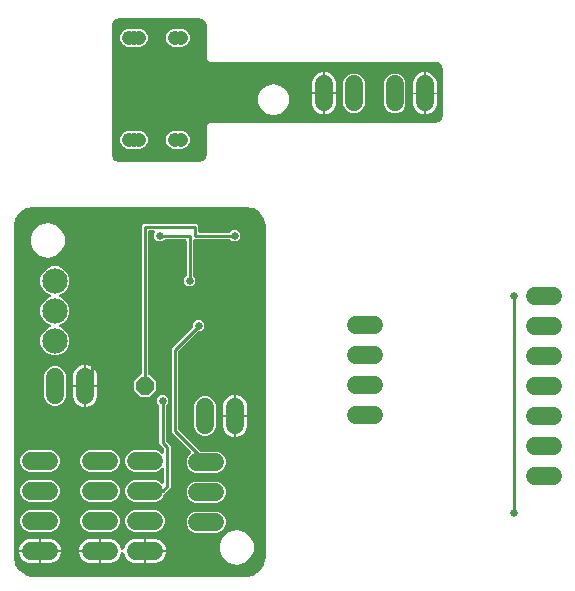
<source format=gbl>
%MOIN*%
%OFA0B0*%
%FSLAX34Y34*%
%IPPOS*%
%LPD*%
%AMOC8*
5,1,8,0,0,$1,22.5*%
%AMOC80*
5,1,8,0,0,$1,202.5*%
%AMOC81*
5,1,8,0,0,$1,112.5*%
%ADD10C,0.084251968503937014*%
%ADD11C,0.060000000000000005*%
%ADD12P,0.064943385826771657X8X22.5*%
%ADD13C,0.01*%
%ADD14C,0.025779527559055122*%
%ADD25C,0.060000000000000005*%
%ADD26C,0.04755905511811024*%
%ADD27C,0.025779527559055122*%
%ADD28C,0.006000000000000001*%
%ADD29C,0.060000000000000005*%
%ADD30C,0.025779527559055122*%
%ADD31C,0.01*%
G75*
G01*
G36*
X0007883Y0000130D02*
X0008116Y0000177D01*
X0008134Y0000184D01*
X0008331Y0000316D01*
X0008345Y0000330D01*
X0008476Y0000527D01*
X0008484Y0000545D01*
X0008530Y0000777D01*
X0008531Y0000787D01*
X0008531Y0011811D01*
X0008530Y0011820D01*
X0008484Y0012053D01*
X0008476Y0012071D01*
X0008345Y0012268D01*
X0008331Y0012282D01*
X0008134Y0012413D01*
X0008116Y0012421D01*
X0007883Y0012467D01*
X0007874Y0012468D01*
X0000787Y0012468D01*
X0000777Y0012467D01*
X0000545Y0012421D01*
X0000527Y0012413D01*
X0000330Y0012282D01*
X0000316Y0012268D01*
X0000184Y0012071D01*
X0000177Y0012053D01*
X0000130Y0011820D01*
X0000130Y0011811D01*
X0000130Y0000787D01*
X0000130Y0000777D01*
X0000177Y0000545D01*
X0000184Y0000527D01*
X0000316Y0000330D01*
X0000330Y0000316D01*
X0000527Y0000184D01*
X0000545Y0000177D01*
X0000777Y0000130D01*
X0000787Y0000130D01*
X0007874Y0000130D01*
X0007883Y0000130D01*
G37*
%LPC*%
G36*
X0001013Y0010828D02*
X0000812Y0010988D01*
X0000701Y0011220D01*
X0000701Y0011477D01*
X0000812Y0011709D01*
X0001013Y0011869D01*
X0001264Y0011926D01*
X0001514Y0011869D01*
X0001715Y0011709D01*
X0001827Y0011477D01*
X0001827Y0011220D01*
X0001715Y0010988D01*
X0001514Y0010828D01*
X0001264Y0010771D01*
X0001013Y0010828D01*
G37*
G36*
X0004350Y0006140D02*
X0004139Y0006350D01*
X0004139Y0006649D01*
X0004353Y0006862D01*
X0004359Y0006863D01*
X0004375Y0006875D01*
X0004386Y0006891D01*
X0004390Y0006910D01*
X0004390Y0011844D01*
X0004454Y0011908D01*
X0006205Y0011908D01*
X0006270Y0011844D01*
X0006270Y0011660D01*
X0006273Y0011640D01*
X0006285Y0011624D01*
X0006301Y0011613D01*
X0006320Y0011610D01*
X0007322Y0011610D01*
X0007341Y0011613D01*
X0007357Y0011624D01*
X0007421Y0011688D01*
X0007578Y0011688D01*
X0007688Y0011578D01*
X0007688Y0011421D01*
X0007578Y0011311D01*
X0007421Y0011311D01*
X0007357Y0011375D01*
X0007340Y0011386D01*
X0007322Y0011390D01*
X0006160Y0011390D01*
X0006140Y0011386D01*
X0006124Y0011374D01*
X0006113Y0011358D01*
X0006110Y0011340D01*
X0006110Y0010177D01*
X0006113Y0010158D01*
X0006124Y0010142D01*
X0006188Y0010078D01*
X0006188Y0009921D01*
X0006078Y0009811D01*
X0005921Y0009811D01*
X0005811Y0009921D01*
X0005811Y0010078D01*
X0005875Y0010142D01*
X0005886Y0010159D01*
X0005890Y0010177D01*
X0005890Y0011340D01*
X0005886Y0011359D01*
X0005874Y0011375D01*
X0005858Y0011386D01*
X0005840Y0011390D01*
X0005177Y0011390D01*
X0005158Y0011386D01*
X0005142Y0011375D01*
X0005078Y0011311D01*
X0004921Y0011311D01*
X0004811Y0011421D01*
X0004811Y0011578D01*
X0004836Y0011603D01*
X0004847Y0011620D01*
X0004851Y0011639D01*
X0004846Y0011659D01*
X0004835Y0011675D01*
X0004818Y0011685D01*
X0004801Y0011688D01*
X0004660Y0011688D01*
X0004640Y0011684D01*
X0004624Y0011673D01*
X0004613Y0011656D01*
X0004610Y0011638D01*
X0004610Y0006910D01*
X0004613Y0006890D01*
X0004625Y0006874D01*
X0004641Y0006863D01*
X0004646Y0006862D01*
X0004860Y0006649D01*
X0004860Y0006350D01*
X0004649Y0006140D01*
X0004350Y0006140D01*
G37*
G36*
X0001404Y0007518D02*
X0001227Y0007592D01*
X0001092Y0007727D01*
X0001018Y0007904D01*
X0001018Y0008095D01*
X0001092Y0008272D01*
X0001227Y0008407D01*
X0001337Y0008453D01*
X0001354Y0008464D01*
X0001365Y0008481D01*
X0001368Y0008501D01*
X0001364Y0008520D01*
X0001352Y0008536D01*
X0001337Y0008546D01*
X0001227Y0008592D01*
X0001092Y0008727D01*
X0001018Y0008904D01*
X0001018Y0009095D01*
X0001092Y0009272D01*
X0001227Y0009407D01*
X0001337Y0009453D01*
X0001354Y0009464D01*
X0001365Y0009481D01*
X0001368Y0009501D01*
X0001364Y0009520D01*
X0001352Y0009536D01*
X0001337Y0009546D01*
X0001227Y0009592D01*
X0001092Y0009727D01*
X0001018Y0009904D01*
X0001018Y0010095D01*
X0001092Y0010272D01*
X0001227Y0010407D01*
X0001404Y0010481D01*
X0001595Y0010481D01*
X0001772Y0010407D01*
X0001907Y0010272D01*
X0001981Y0010095D01*
X0001981Y0009904D01*
X0001907Y0009727D01*
X0001772Y0009592D01*
X0001662Y0009546D01*
X0001645Y0009535D01*
X0001634Y0009518D01*
X0001631Y0009498D01*
X0001635Y0009479D01*
X0001647Y0009463D01*
X0001662Y0009453D01*
X0001772Y0009407D01*
X0001907Y0009272D01*
X0001981Y0009095D01*
X0001981Y0008904D01*
X0001907Y0008727D01*
X0001772Y0008592D01*
X0001662Y0008546D01*
X0001645Y0008535D01*
X0001634Y0008518D01*
X0001631Y0008498D01*
X0001635Y0008479D01*
X0001647Y0008463D01*
X0001662Y0008453D01*
X0001772Y0008407D01*
X0001907Y0008272D01*
X0001981Y0008095D01*
X0001981Y0007904D01*
X0001907Y0007727D01*
X0001772Y0007592D01*
X0001595Y0007518D01*
X0001404Y0007518D01*
G37*
G36*
X0006178Y0003590D02*
X0006046Y0003644D01*
X0005944Y0003746D01*
X0005890Y0003878D01*
X0005890Y0004021D01*
X0005944Y0004153D01*
X0006032Y0004241D01*
X0006043Y0004258D01*
X0006046Y0004277D01*
X0006042Y0004297D01*
X0006032Y0004312D01*
X0005390Y0004954D01*
X0005390Y0007745D01*
X0006096Y0008452D01*
X0006107Y0008468D01*
X0006111Y0008487D01*
X0006111Y0008578D01*
X0006221Y0008688D01*
X0006378Y0008688D01*
X0006488Y0008578D01*
X0006488Y0008421D01*
X0006378Y0008311D01*
X0006287Y0008311D01*
X0006267Y0008307D01*
X0006252Y0008296D01*
X0005624Y0007669D01*
X0005613Y0007652D01*
X0005610Y0007633D01*
X0005610Y0005066D01*
X0005613Y0005046D01*
X0005624Y0005030D01*
X0006330Y0004324D01*
X0006347Y0004313D01*
X0006366Y0004310D01*
X0006921Y0004310D01*
X0007053Y0004255D01*
X0007155Y0004153D01*
X0007210Y0004021D01*
X0007210Y0003878D01*
X0007155Y0003746D01*
X0007053Y0003644D01*
X0006921Y0003590D01*
X0006178Y0003590D01*
G37*
G36*
X0002099Y0006530D02*
X0002099Y0006879D01*
X0002160Y0007026D01*
X0002273Y0007139D01*
X0002420Y0007200D01*
X0002469Y0007200D01*
X0002469Y0006530D01*
X0002099Y0006530D01*
G37*
G36*
X0002530Y0006530D02*
X0002530Y0007200D01*
X0002579Y0007200D01*
X0002726Y0007139D01*
X0002839Y0007026D01*
X0002900Y0006879D01*
X0002900Y0006530D01*
X0002530Y0006530D01*
G37*
G36*
X0001428Y0005840D02*
X0001296Y0005894D01*
X0001194Y0005996D01*
X0001140Y0006128D01*
X0001140Y0006871D01*
X0001194Y0007003D01*
X0001296Y0007105D01*
X0001428Y0007160D01*
X0001571Y0007160D01*
X0001703Y0007105D01*
X0001805Y0007003D01*
X0001860Y0006871D01*
X0001860Y0006128D01*
X0001805Y0005996D01*
X0001703Y0005894D01*
X0001571Y0005840D01*
X0001428Y0005840D01*
G37*
G36*
X0002530Y0005800D02*
X0002530Y0006470D01*
X0002900Y0006470D01*
X0002900Y0006120D01*
X0002839Y0005973D01*
X0002726Y0005860D01*
X0002579Y0005800D01*
X0002530Y0005800D01*
G37*
G36*
X0002420Y0005800D02*
X0002273Y0005860D01*
X0002160Y0005973D01*
X0002099Y0006120D01*
X0002099Y0006470D01*
X0002469Y0006470D01*
X0002469Y0005800D01*
X0002420Y0005800D01*
G37*
G36*
X0007100Y0005530D02*
X0007100Y0005879D01*
X0007160Y0006026D01*
X0007273Y0006139D01*
X0007420Y0006200D01*
X0007470Y0006200D01*
X0007470Y0005530D01*
X0007100Y0005530D01*
G37*
G36*
X0007530Y0005530D02*
X0007530Y0006200D01*
X0007579Y0006200D01*
X0007726Y0006139D01*
X0007839Y0006026D01*
X0007900Y0005879D01*
X0007900Y0005530D01*
X0007530Y0005530D01*
G37*
G36*
X0004128Y0002640D02*
X0003996Y0002694D01*
X0003894Y0002796D01*
X0003840Y0002928D01*
X0003840Y0003071D01*
X0003894Y0003203D01*
X0003996Y0003305D01*
X0004128Y0003360D01*
X0004871Y0003360D01*
X0005003Y0003305D01*
X0005054Y0003254D01*
X0005071Y0003243D01*
X0005090Y0003239D01*
X0005110Y0003244D01*
X0005126Y0003255D01*
X0005136Y0003272D01*
X0005140Y0003289D01*
X0005140Y0003710D01*
X0005136Y0003729D01*
X0005124Y0003746D01*
X0005107Y0003756D01*
X0005088Y0003760D01*
X0005069Y0003755D01*
X0005054Y0003745D01*
X0005003Y0003694D01*
X0004871Y0003640D01*
X0004128Y0003640D01*
X0003996Y0003694D01*
X0003894Y0003796D01*
X0003840Y0003928D01*
X0003840Y0004071D01*
X0003894Y0004203D01*
X0003996Y0004305D01*
X0004128Y0004360D01*
X0004871Y0004360D01*
X0005003Y0004305D01*
X0005054Y0004254D01*
X0005071Y0004243D01*
X0005090Y0004239D01*
X0005110Y0004244D01*
X0005126Y0004255D01*
X0005136Y0004272D01*
X0005140Y0004289D01*
X0005140Y0004383D01*
X0005136Y0004403D01*
X0005125Y0004419D01*
X0004980Y0004564D01*
X0004980Y0005822D01*
X0004975Y0005841D01*
X0004965Y0005857D01*
X0004901Y0005921D01*
X0004901Y0006078D01*
X0005011Y0006188D01*
X0005168Y0006188D01*
X0005278Y0006078D01*
X0005278Y0005921D01*
X0005214Y0005857D01*
X0005203Y0005840D01*
X0005200Y0005822D01*
X0005200Y0004676D01*
X0005203Y0004656D01*
X0005214Y0004640D01*
X0005360Y0004495D01*
X0005360Y0003104D01*
X0005150Y0002894D01*
X0005139Y0002878D01*
X0005105Y0002796D01*
X0005003Y0002694D01*
X0004871Y0002640D01*
X0004128Y0002640D01*
G37*
G36*
X0006428Y0004840D02*
X0006296Y0004894D01*
X0006194Y0004996D01*
X0006140Y0005128D01*
X0006140Y0005871D01*
X0006194Y0006003D01*
X0006296Y0006105D01*
X0006428Y0006160D01*
X0006571Y0006160D01*
X0006703Y0006105D01*
X0006805Y0006003D01*
X0006859Y0005871D01*
X0006859Y0005128D01*
X0006805Y0004996D01*
X0006703Y0004894D01*
X0006571Y0004840D01*
X0006428Y0004840D01*
G37*
G36*
X0007420Y0004800D02*
X0007273Y0004860D01*
X0007160Y0004973D01*
X0007100Y0005120D01*
X0007100Y0005470D01*
X0007470Y0005470D01*
X0007470Y0004800D01*
X0007420Y0004800D01*
G37*
G36*
X0007530Y0004800D02*
X0007530Y0005470D01*
X0007900Y0005470D01*
X0007900Y0005120D01*
X0007839Y0004973D01*
X0007726Y0004860D01*
X0007579Y0004800D01*
X0007530Y0004800D01*
G37*
G36*
X0002628Y0003640D02*
X0002496Y0003694D01*
X0002394Y0003796D01*
X0002340Y0003928D01*
X0002340Y0004071D01*
X0002394Y0004203D01*
X0002496Y0004305D01*
X0002628Y0004360D01*
X0003371Y0004360D01*
X0003503Y0004305D01*
X0003605Y0004203D01*
X0003660Y0004071D01*
X0003660Y0003928D01*
X0003605Y0003796D01*
X0003503Y0003694D01*
X0003371Y0003640D01*
X0002628Y0003640D01*
G37*
G36*
X0000628Y0003640D02*
X0000496Y0003694D01*
X0000394Y0003796D01*
X0000340Y0003928D01*
X0000340Y0004071D01*
X0000394Y0004203D01*
X0000496Y0004305D01*
X0000628Y0004360D01*
X0001371Y0004360D01*
X0001503Y0004305D01*
X0001605Y0004203D01*
X0001660Y0004071D01*
X0001660Y0003928D01*
X0001605Y0003796D01*
X0001503Y0003694D01*
X0001371Y0003640D01*
X0000628Y0003640D01*
G37*
G36*
X0002628Y0002640D02*
X0002496Y0002694D01*
X0002394Y0002796D01*
X0002340Y0002928D01*
X0002340Y0003071D01*
X0002394Y0003203D01*
X0002496Y0003305D01*
X0002628Y0003360D01*
X0003371Y0003360D01*
X0003503Y0003305D01*
X0003605Y0003203D01*
X0003660Y0003071D01*
X0003660Y0002928D01*
X0003605Y0002796D01*
X0003503Y0002694D01*
X0003371Y0002640D01*
X0002628Y0002640D01*
G37*
G36*
X0000628Y0002640D02*
X0000496Y0002694D01*
X0000394Y0002796D01*
X0000340Y0002928D01*
X0000340Y0003071D01*
X0000394Y0003203D01*
X0000496Y0003305D01*
X0000628Y0003360D01*
X0001371Y0003360D01*
X0001503Y0003305D01*
X0001605Y0003203D01*
X0001660Y0003071D01*
X0001660Y0002928D01*
X0001605Y0002796D01*
X0001503Y0002694D01*
X0001371Y0002640D01*
X0000628Y0002640D01*
G37*
G36*
X0006178Y0002590D02*
X0006046Y0002644D01*
X0005944Y0002746D01*
X0005890Y0002878D01*
X0005890Y0003021D01*
X0005944Y0003153D01*
X0006046Y0003255D01*
X0006178Y0003310D01*
X0006921Y0003310D01*
X0007053Y0003255D01*
X0007155Y0003153D01*
X0007210Y0003021D01*
X0007210Y0002878D01*
X0007155Y0002746D01*
X0007053Y0002644D01*
X0006921Y0002590D01*
X0006178Y0002590D01*
G37*
G36*
X0004128Y0001640D02*
X0003996Y0001694D01*
X0003894Y0001796D01*
X0003840Y0001928D01*
X0003840Y0002071D01*
X0003894Y0002203D01*
X0003996Y0002305D01*
X0004128Y0002360D01*
X0004871Y0002360D01*
X0005003Y0002305D01*
X0005105Y0002203D01*
X0005160Y0002071D01*
X0005160Y0001928D01*
X0005105Y0001796D01*
X0005003Y0001694D01*
X0004871Y0001640D01*
X0004128Y0001640D01*
G37*
G36*
X0002628Y0001640D02*
X0002496Y0001694D01*
X0002394Y0001796D01*
X0002340Y0001928D01*
X0002340Y0002071D01*
X0002394Y0002203D01*
X0002496Y0002305D01*
X0002628Y0002360D01*
X0003371Y0002360D01*
X0003503Y0002305D01*
X0003605Y0002203D01*
X0003660Y0002071D01*
X0003660Y0001928D01*
X0003605Y0001796D01*
X0003503Y0001694D01*
X0003371Y0001640D01*
X0002628Y0001640D01*
G37*
G36*
X0000628Y0001640D02*
X0000496Y0001694D01*
X0000394Y0001796D01*
X0000340Y0001928D01*
X0000340Y0002071D01*
X0000394Y0002203D01*
X0000496Y0002305D01*
X0000628Y0002360D01*
X0001371Y0002360D01*
X0001503Y0002305D01*
X0001605Y0002203D01*
X0001660Y0002071D01*
X0001660Y0001928D01*
X0001605Y0001796D01*
X0001503Y0001694D01*
X0001371Y0001640D01*
X0000628Y0001640D01*
G37*
G36*
X0006178Y0001590D02*
X0006046Y0001644D01*
X0005944Y0001746D01*
X0005890Y0001878D01*
X0005890Y0002021D01*
X0005944Y0002153D01*
X0006046Y0002255D01*
X0006178Y0002310D01*
X0006921Y0002310D01*
X0007053Y0002255D01*
X0007155Y0002153D01*
X0007210Y0002021D01*
X0007210Y0001878D01*
X0007155Y0001746D01*
X0007053Y0001644D01*
X0006921Y0001590D01*
X0006178Y0001590D01*
G37*
G36*
X0007312Y0000592D02*
X0007112Y0000752D01*
X0007000Y0000984D01*
X0007000Y0001241D01*
X0007112Y0001472D01*
X0007312Y0001633D01*
X0007563Y0001690D01*
X0007814Y0001633D01*
X0008015Y0001472D01*
X0008126Y0001241D01*
X0008126Y0000984D01*
X0008015Y0000752D01*
X0007814Y0000592D01*
X0007563Y0000535D01*
X0007312Y0000592D01*
G37*
G36*
X0002300Y0001030D02*
X0002300Y0001079D01*
X0002360Y0001226D01*
X0002473Y0001339D01*
X0002620Y0001400D01*
X0002970Y0001400D01*
X0002970Y0001030D01*
X0002300Y0001030D01*
G37*
G36*
X0003030Y0000600D02*
X0003030Y0001400D01*
X0003379Y0001400D01*
X0003526Y0001339D01*
X0003639Y0001226D01*
X0003703Y0001070D01*
X0003714Y0001053D01*
X0003731Y0001043D01*
X0003751Y0001039D01*
X0003770Y0001043D01*
X0003786Y0001055D01*
X0003796Y0001070D01*
X0003860Y0001226D01*
X0003973Y0001339D01*
X0004120Y0001400D01*
X0004470Y0001400D01*
X0004470Y0000600D01*
X0004120Y0000600D01*
X0003973Y0000660D01*
X0003860Y0000773D01*
X0003796Y0000929D01*
X0003785Y0000946D01*
X0003768Y0000956D01*
X0003748Y0000960D01*
X0003729Y0000956D01*
X0003713Y0000944D01*
X0003703Y0000929D01*
X0003639Y0000773D01*
X0003526Y0000660D01*
X0003379Y0000600D01*
X0003030Y0000600D01*
G37*
G36*
X0000300Y0001030D02*
X0000300Y0001079D01*
X0000360Y0001226D01*
X0000473Y0001339D01*
X0000620Y0001400D01*
X0000970Y0001400D01*
X0000970Y0001030D01*
X0000300Y0001030D01*
G37*
G36*
X0001030Y0001030D02*
X0001030Y0001400D01*
X0001379Y0001400D01*
X0001526Y0001339D01*
X0001639Y0001226D01*
X0001699Y0001079D01*
X0001699Y0001030D01*
X0001030Y0001030D01*
G37*
G36*
X0004530Y0001030D02*
X0004530Y0001400D01*
X0004879Y0001400D01*
X0005026Y0001339D01*
X0005139Y0001226D01*
X0005200Y0001079D01*
X0005200Y0001030D01*
X0004530Y0001030D01*
G37*
G36*
X0004530Y0000600D02*
X0004530Y0000970D01*
X0005200Y0000970D01*
X0005200Y0000920D01*
X0005139Y0000773D01*
X0005026Y0000660D01*
X0004879Y0000600D01*
X0004530Y0000600D01*
G37*
G36*
X0002620Y0000600D02*
X0002473Y0000660D01*
X0002360Y0000773D01*
X0002300Y0000920D01*
X0002300Y0000970D01*
X0002970Y0000970D01*
X0002970Y0000600D01*
X0002620Y0000600D01*
G37*
G36*
X0001030Y0000600D02*
X0001030Y0000970D01*
X0001699Y0000970D01*
X0001699Y0000920D01*
X0001639Y0000773D01*
X0001526Y0000660D01*
X0001379Y0000600D01*
X0001030Y0000600D01*
G37*
G36*
X0000620Y0000600D02*
X0000473Y0000660D01*
X0000360Y0000773D01*
X0000300Y0000920D01*
X0000300Y0000970D01*
X0000970Y0000970D01*
X0000970Y0000600D01*
X0000620Y0000600D01*
G37*
%LPD*%
D10*
X0001500Y0008000D03*
X0001500Y0009000D03*
X0001500Y0010000D03*
D11*
X0002500Y0006799D02*
X0002500Y0006200D01*
X0001500Y0006200D02*
X0001500Y0006799D01*
X0001300Y0001000D02*
X0000700Y0001000D01*
X0000700Y0002000D02*
X0001300Y0002000D01*
X0001300Y0003000D02*
X0000700Y0003000D01*
X0000700Y0004000D02*
X0001300Y0004000D01*
X0002700Y0001000D02*
X0003300Y0001000D01*
X0003300Y0002000D02*
X0002700Y0002000D01*
X0002700Y0003000D02*
X0003300Y0003000D01*
X0003300Y0004000D02*
X0002700Y0004000D01*
D12*
X0004500Y0006500D03*
D11*
X0004800Y0001000D02*
X0004199Y0001000D01*
X0004199Y0002000D02*
X0004800Y0002000D01*
X0004800Y0003000D02*
X0004199Y0003000D01*
X0004199Y0004000D02*
X0004800Y0004000D01*
X0007500Y0005200D02*
X0007500Y0005800D01*
X0006500Y0005800D02*
X0006500Y0005200D01*
X0006250Y0001950D02*
X0006850Y0001950D01*
X0006850Y0002950D02*
X0006250Y0002950D01*
X0006250Y0003950D02*
X0006850Y0003950D01*
D13*
X0002750Y0006500D02*
X0002500Y0006500D01*
D14*
X0002750Y0010105D03*
D13*
X0002750Y0006500D01*
D14*
X0007500Y0011500D03*
D13*
X0004500Y0011798D02*
X0004500Y0006500D01*
X0006160Y0011500D02*
X0007500Y0011500D01*
X0006160Y0011500D02*
X0006160Y0011798D01*
X0004500Y0011798D01*
D14*
X0005000Y0011500D03*
D13*
X0006000Y0011500D01*
X0006000Y0010000D01*
D14*
X0006000Y0010000D03*
X0005090Y0006000D03*
D13*
X0005090Y0004610D01*
X0005250Y0004450D01*
X0005250Y0003150D01*
X0005100Y0003000D01*
X0004500Y0003000D01*
X0005500Y0005000D02*
X0006550Y0003950D01*
X0005500Y0005000D02*
X0005500Y0007700D01*
X0006300Y0008500D01*
D14*
X0006300Y0008500D03*
G04 next file*
G04 EAGLE Gerber RS-274X export*
G75*
G01*
G04 Define Apertures*
G36*
X0003653Y0018766D02*
X0003536Y0018735D01*
X0003523Y0018727D01*
X0003437Y0018642D01*
X0003429Y0018628D01*
X0003398Y0018511D01*
X0003397Y0018503D01*
X0003397Y0014212D01*
X0003398Y0014204D01*
X0003429Y0014087D01*
X0003437Y0014074D01*
X0003523Y0013988D01*
X0003536Y0013981D01*
X0003653Y0013949D01*
X0003661Y0013948D01*
X0006299Y0013948D01*
X0006306Y0013949D01*
X0006423Y0013981D01*
X0006437Y0013988D01*
X0006522Y0014074D01*
X0006530Y0014087D01*
X0006561Y0014204D01*
X0006562Y0014212D01*
X0006562Y0015171D01*
X0006639Y0015248D01*
X0014173Y0015248D01*
X0014180Y0015249D01*
X0014297Y0015280D01*
X0014311Y0015288D01*
X0014396Y0015373D01*
X0014404Y0015387D01*
X0014435Y0015504D01*
X0014436Y0015511D01*
X0014436Y0017047D01*
X0014435Y0017055D01*
X0014404Y0017171D01*
X0014396Y0017185D01*
X0014311Y0017270D01*
X0014297Y0017278D01*
X0014180Y0017309D01*
X0014173Y0017310D01*
X0006639Y0017310D01*
X0006562Y0017387D01*
X0006562Y0018503D01*
X0006561Y0018511D01*
X0006530Y0018628D01*
X0006522Y0018642D01*
X0006437Y0018727D01*
X0006423Y0018735D01*
X0006306Y0018766D01*
X0006299Y0018767D01*
X0003661Y0018767D01*
X0003653Y0018766D01*
G37*
%LPC*%
G36*
X0004354Y0014994D02*
X0004463Y0014949D01*
X0004547Y0014865D01*
X0004592Y0014756D01*
X0004592Y0014637D01*
X0004547Y0014528D01*
X0004463Y0014444D01*
X0004354Y0014399D01*
X0004235Y0014399D01*
X0004227Y0014402D01*
X0004215Y0014404D01*
X0004204Y0014402D01*
X0004196Y0014399D01*
X0004078Y0014399D01*
X0004070Y0014402D01*
X0004058Y0014404D01*
X0004047Y0014402D01*
X0004039Y0014399D01*
X0003920Y0014399D01*
X0003811Y0014444D01*
X0003727Y0014528D01*
X0003682Y0014637D01*
X0003682Y0014756D01*
X0003727Y0014865D01*
X0003811Y0014949D01*
X0003920Y0014994D01*
X0004039Y0014994D01*
X0004047Y0014991D01*
X0004058Y0014989D01*
X0004070Y0014991D01*
X0004078Y0014994D01*
X0004196Y0014994D01*
X0004204Y0014991D01*
X0004216Y0014989D01*
X0004227Y0014991D01*
X0004235Y0014994D01*
X0004354Y0014994D01*
G37*
G36*
X0005751Y0014994D02*
X0005861Y0014949D01*
X0005944Y0014865D01*
X0005990Y0014756D01*
X0005990Y0014637D01*
X0005944Y0014528D01*
X0005861Y0014444D01*
X0005751Y0014399D01*
X0005633Y0014399D01*
X0005605Y0014410D01*
X0005593Y0014412D01*
X0005582Y0014410D01*
X0005554Y0014399D01*
X0005436Y0014399D01*
X0005326Y0014444D01*
X0005243Y0014528D01*
X0005197Y0014637D01*
X0005197Y0014756D01*
X0005243Y0014865D01*
X0005326Y0014949D01*
X0005436Y0014994D01*
X0005554Y0014994D01*
X0005582Y0014983D01*
X0005594Y0014980D01*
X0005605Y0014983D01*
X0005633Y0014994D01*
X0005751Y0014994D01*
G37*
G36*
X0009013Y0016508D02*
X0009193Y0016364D01*
X0009292Y0016157D01*
X0009292Y0015927D01*
X0009193Y0015720D01*
X0009013Y0015576D01*
X0008788Y0015525D01*
X0008564Y0015576D01*
X0008384Y0015720D01*
X0008284Y0015927D01*
X0008284Y0016157D01*
X0008384Y0016364D01*
X0008564Y0016508D01*
X0008788Y0016559D01*
X0009013Y0016508D01*
G37*
G36*
X0014229Y0016217D02*
X0014229Y0015868D01*
X0014169Y0015721D01*
X0014056Y0015608D01*
X0013909Y0015547D01*
X0013859Y0015547D01*
X0013859Y0016217D01*
X0014229Y0016217D01*
G37*
G36*
X0013799Y0016217D02*
X0013799Y0015547D01*
X0013750Y0015547D01*
X0013603Y0015608D01*
X0013490Y0015721D01*
X0013429Y0015868D01*
X0013429Y0016217D01*
X0013799Y0016217D01*
G37*
G36*
X0010879Y0016219D02*
X0010879Y0015869D01*
X0010819Y0015722D01*
X0010706Y0015610D01*
X0010559Y0015549D01*
X0010509Y0015549D01*
X0010509Y0016219D01*
X0010879Y0016219D01*
G37*
G36*
X0010449Y0016219D02*
X0010449Y0015549D01*
X0010400Y0015549D01*
X0010253Y0015610D01*
X0010140Y0015722D01*
X0010079Y0015869D01*
X0010079Y0016219D01*
X0010449Y0016219D01*
G37*
G36*
X0012901Y0016907D02*
X0013033Y0016852D01*
X0013135Y0016751D01*
X0013189Y0016619D01*
X0013189Y0015876D01*
X0013135Y0015743D01*
X0013033Y0015642D01*
X0012901Y0015587D01*
X0012758Y0015587D01*
X0012625Y0015642D01*
X0012524Y0015743D01*
X0012469Y0015876D01*
X0012469Y0016619D01*
X0012524Y0016751D01*
X0012625Y0016852D01*
X0012758Y0016907D01*
X0012901Y0016907D01*
G37*
G36*
X0011551Y0016909D02*
X0011683Y0016854D01*
X0011785Y0016753D01*
X0011839Y0016620D01*
X0011839Y0015877D01*
X0011785Y0015745D01*
X0011683Y0015643D01*
X0011551Y0015589D01*
X0011408Y0015589D01*
X0011275Y0015643D01*
X0011174Y0015745D01*
X0011119Y0015877D01*
X0011119Y0016620D01*
X0011174Y0016753D01*
X0011275Y0016854D01*
X0011408Y0016909D01*
X0011551Y0016909D01*
G37*
G36*
X0013799Y0016947D02*
X0013799Y0016277D01*
X0013429Y0016277D01*
X0013429Y0016627D01*
X0013490Y0016774D01*
X0013603Y0016886D01*
X0013750Y0016947D01*
X0013799Y0016947D01*
G37*
G36*
X0013909Y0016947D02*
X0014056Y0016886D01*
X0014169Y0016774D01*
X0014229Y0016627D01*
X0014229Y0016277D01*
X0013859Y0016277D01*
X0013859Y0016947D01*
X0013909Y0016947D01*
G37*
G36*
X0010449Y0016949D02*
X0010449Y0016279D01*
X0010079Y0016279D01*
X0010079Y0016628D01*
X0010140Y0016775D01*
X0010253Y0016888D01*
X0010400Y0016949D01*
X0010449Y0016949D01*
G37*
G36*
X0010559Y0016949D02*
X0010706Y0016888D01*
X0010819Y0016775D01*
X0010879Y0016628D01*
X0010879Y0016279D01*
X0010509Y0016279D01*
X0010509Y0016949D01*
X0010559Y0016949D01*
G37*
G36*
X0004354Y0018396D02*
X0004463Y0018350D01*
X0004547Y0018267D01*
X0004592Y0018157D01*
X0004592Y0018039D01*
X0004547Y0017929D01*
X0004463Y0017845D01*
X0004354Y0017800D01*
X0004235Y0017800D01*
X0004227Y0017803D01*
X0004215Y0017806D01*
X0004204Y0017803D01*
X0004196Y0017800D01*
X0004078Y0017800D01*
X0004070Y0017803D01*
X0004058Y0017806D01*
X0004047Y0017803D01*
X0004039Y0017800D01*
X0003920Y0017800D01*
X0003811Y0017845D01*
X0003727Y0017929D01*
X0003682Y0018039D01*
X0003682Y0018157D01*
X0003727Y0018267D01*
X0003811Y0018350D01*
X0003920Y0018396D01*
X0004039Y0018396D01*
X0004047Y0018392D01*
X0004058Y0018390D01*
X0004070Y0018392D01*
X0004078Y0018396D01*
X0004196Y0018396D01*
X0004204Y0018392D01*
X0004216Y0018390D01*
X0004227Y0018392D01*
X0004235Y0018396D01*
X0004354Y0018396D01*
G37*
G36*
X0005751Y0018396D02*
X0005861Y0018350D01*
X0005944Y0018267D01*
X0005990Y0018157D01*
X0005990Y0018039D01*
X0005944Y0017929D01*
X0005861Y0017845D01*
X0005751Y0017800D01*
X0005633Y0017800D01*
X0005605Y0017812D01*
X0005593Y0017814D01*
X0005582Y0017812D01*
X0005554Y0017800D01*
X0005436Y0017800D01*
X0005326Y0017845D01*
X0005243Y0017929D01*
X0005197Y0018039D01*
X0005197Y0018157D01*
X0005243Y0018267D01*
X0005326Y0018350D01*
X0005436Y0018396D01*
X0005554Y0018396D01*
X0005582Y0018384D01*
X0005594Y0018382D01*
X0005605Y0018384D01*
X0005633Y0018396D01*
X0005751Y0018396D01*
G37*
%LPD*%
D25*
X0013829Y0016547D02*
X0013829Y0015947D01*
X0012829Y0015947D02*
X0012829Y0016547D01*
X0010479Y0016549D02*
X0010479Y0015949D01*
X0011479Y0015949D02*
X0011479Y0016549D01*
D26*
X0003979Y0018098D03*
X0004137Y0018098D03*
X0004294Y0018098D03*
X0005495Y0018098D03*
X0005692Y0018098D03*
X0003979Y0014696D03*
X0004137Y0014696D03*
X0004294Y0014696D03*
X0005495Y0014696D03*
X0005692Y0014696D03*
D27*
X0005129Y0015897D03*
D28*
X0005129Y0016897D01*
X0005629Y0016897D01*
D27*
X0005129Y0016897D03*
G04 next file*
G04 EAGLE Gerber RS-274X export*
G75*
G01*
G04 Define Apertures*
D29*
X0011528Y0008515D02*
X0012128Y0008515D01*
X0012128Y0007515D02*
X0011528Y0007515D01*
X0011528Y0006515D02*
X0012128Y0006515D01*
X0012128Y0005515D02*
X0011528Y0005515D01*
X0017491Y0009500D02*
X0018091Y0009500D01*
X0018091Y0008500D02*
X0017491Y0008500D01*
X0017491Y0007500D02*
X0018091Y0007500D01*
X0018091Y0006500D02*
X0017491Y0006500D01*
X0017491Y0005500D02*
X0018091Y0005500D01*
X0018091Y0004500D02*
X0017491Y0004500D01*
X0017491Y0003500D02*
X0018091Y0003500D01*
D30*
X0016791Y0009500D03*
D31*
X0016791Y0002250D01*
D30*
X0016791Y0002250D03*
M02*
</source>
